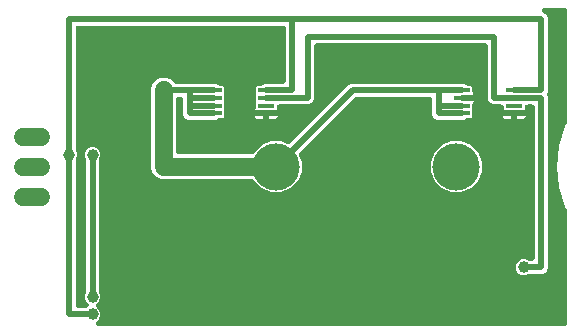
<source format=gbr>
G04 EAGLE Gerber X2 export*
%TF.Part,Single*%
%TF.FileFunction,Copper,L2,Bot,Mixed*%
%TF.FilePolarity,Positive*%
%TF.GenerationSoftware,Autodesk,EAGLE,9.1.0*%
%TF.CreationDate,2020-06-24T00:02:45Z*%
G75*
%MOMM*%
%FSLAX34Y34*%
%LPD*%
%AMOC8*
5,1,8,0,0,1.08239X$1,22.5*%
G01*
%ADD10R,1.400000X0.450000*%
%ADD11C,1.524000*%
%ADD12C,0.500000*%
%ADD13C,1.000000*%
%ADD14C,4.000000*%
%ADD15C,1.500000*%

G36*
X494050Y10170D02*
X494050Y10170D01*
X494100Y10168D01*
X494272Y10190D01*
X494445Y10206D01*
X494493Y10219D01*
X494543Y10225D01*
X494708Y10278D01*
X494876Y10324D01*
X494921Y10346D01*
X494968Y10361D01*
X495122Y10442D01*
X495278Y10517D01*
X495319Y10547D01*
X495363Y10570D01*
X495500Y10677D01*
X495640Y10779D01*
X495675Y10815D01*
X495714Y10846D01*
X495830Y10976D01*
X495950Y11101D01*
X495977Y11143D01*
X496011Y11181D01*
X496101Y11329D01*
X496197Y11473D01*
X496217Y11519D01*
X496243Y11562D01*
X496305Y11724D01*
X496374Y11884D01*
X496385Y11932D01*
X496403Y11979D01*
X496436Y12150D01*
X496475Y12319D01*
X496478Y12369D01*
X496487Y12418D01*
X496499Y12665D01*
X496499Y107806D01*
X496492Y107889D01*
X496494Y107972D01*
X496472Y108111D01*
X496459Y108251D01*
X496437Y108331D01*
X496424Y108414D01*
X496378Y108546D01*
X496341Y108682D01*
X496305Y108757D01*
X496277Y108836D01*
X496164Y109056D01*
X495173Y110772D01*
X489737Y127504D01*
X487898Y145000D01*
X489737Y162496D01*
X495173Y179228D01*
X496164Y180944D01*
X496200Y181020D01*
X496243Y181091D01*
X496293Y181222D01*
X496352Y181349D01*
X496373Y181430D01*
X496403Y181508D01*
X496430Y181646D01*
X496465Y181782D01*
X496471Y181865D01*
X496487Y181947D01*
X496499Y182194D01*
X496499Y277335D01*
X496495Y277385D01*
X496497Y277435D01*
X496475Y277607D01*
X496459Y277780D01*
X496446Y277828D01*
X496440Y277878D01*
X496387Y278043D01*
X496341Y278211D01*
X496319Y278256D01*
X496304Y278303D01*
X496223Y278457D01*
X496148Y278613D01*
X496118Y278654D01*
X496095Y278698D01*
X495988Y278835D01*
X495886Y278975D01*
X495850Y279010D01*
X495819Y279049D01*
X495689Y279165D01*
X495564Y279285D01*
X495522Y279312D01*
X495484Y279346D01*
X495336Y279436D01*
X495192Y279532D01*
X495146Y279552D01*
X495103Y279578D01*
X494941Y279640D01*
X494781Y279709D01*
X494733Y279720D01*
X494686Y279738D01*
X494515Y279771D01*
X494346Y279810D01*
X494296Y279813D01*
X494247Y279822D01*
X494000Y279834D01*
X478197Y279834D01*
X478017Y279818D01*
X477837Y279808D01*
X477795Y279798D01*
X477752Y279794D01*
X477578Y279747D01*
X477403Y279705D01*
X477363Y279687D01*
X477321Y279676D01*
X477159Y279598D01*
X476994Y279526D01*
X476957Y279501D01*
X476918Y279483D01*
X476772Y279377D01*
X476623Y279277D01*
X476592Y279246D01*
X476556Y279221D01*
X476432Y279091D01*
X476302Y278965D01*
X476277Y278930D01*
X476247Y278899D01*
X476147Y278749D01*
X476042Y278602D01*
X476024Y278563D01*
X476000Y278527D01*
X475928Y278361D01*
X475851Y278198D01*
X475840Y278156D01*
X475823Y278116D01*
X475782Y277941D01*
X475735Y277767D01*
X475731Y277724D01*
X475721Y277681D01*
X475713Y277502D01*
X475697Y277322D01*
X475701Y277279D01*
X475699Y277235D01*
X475723Y277057D01*
X475740Y276877D01*
X475751Y276835D01*
X475757Y276792D01*
X475812Y276621D01*
X475860Y276447D01*
X475879Y276408D01*
X475893Y276367D01*
X475977Y276208D01*
X476056Y276045D01*
X476081Y276010D01*
X476102Y275972D01*
X476213Y275830D01*
X476319Y275685D01*
X476351Y275655D01*
X476378Y275621D01*
X476513Y275501D01*
X476643Y275377D01*
X476680Y275353D01*
X476712Y275324D01*
X476866Y275231D01*
X477017Y275132D01*
X477071Y275106D01*
X477094Y275092D01*
X477128Y275079D01*
X477240Y275026D01*
X478116Y274663D01*
X479663Y273116D01*
X480501Y271094D01*
X480501Y208656D01*
X480004Y207456D01*
X479948Y207278D01*
X479887Y207102D01*
X479882Y207065D01*
X479871Y207030D01*
X479847Y206845D01*
X479819Y206661D01*
X479820Y206624D01*
X479815Y206587D01*
X479825Y206401D01*
X479830Y206214D01*
X479838Y206178D01*
X479840Y206141D01*
X479883Y205959D01*
X479921Y205777D01*
X479938Y205729D01*
X479943Y205706D01*
X479958Y205672D01*
X480004Y205544D01*
X480501Y204344D01*
X480501Y58906D01*
X479663Y56884D01*
X478116Y55337D01*
X476094Y54499D01*
X464267Y54499D01*
X464124Y54486D01*
X463981Y54483D01*
X463902Y54467D01*
X463822Y54459D01*
X463684Y54421D01*
X463544Y54392D01*
X463428Y54351D01*
X463392Y54341D01*
X463367Y54329D01*
X463311Y54309D01*
X461298Y53475D01*
X458702Y53475D01*
X456304Y54469D01*
X454469Y56304D01*
X453475Y58702D01*
X453475Y61298D01*
X454469Y63696D01*
X456304Y65531D01*
X458702Y66525D01*
X461298Y66525D01*
X463311Y65691D01*
X463447Y65648D01*
X463581Y65597D01*
X463660Y65582D01*
X463737Y65558D01*
X463879Y65540D01*
X464020Y65513D01*
X464143Y65507D01*
X464180Y65502D01*
X464207Y65504D01*
X464267Y65501D01*
X467000Y65501D01*
X467050Y65505D01*
X467100Y65503D01*
X467272Y65525D01*
X467445Y65541D01*
X467493Y65554D01*
X467543Y65560D01*
X467708Y65613D01*
X467876Y65659D01*
X467921Y65681D01*
X467968Y65696D01*
X468122Y65777D01*
X468278Y65852D01*
X468319Y65882D01*
X468363Y65905D01*
X468500Y66012D01*
X468640Y66114D01*
X468675Y66150D01*
X468714Y66181D01*
X468830Y66311D01*
X468950Y66436D01*
X468977Y66478D01*
X469011Y66516D01*
X469101Y66664D01*
X469197Y66808D01*
X469217Y66854D01*
X469243Y66897D01*
X469305Y67059D01*
X469374Y67219D01*
X469385Y67267D01*
X469403Y67314D01*
X469436Y67485D01*
X469475Y67654D01*
X469478Y67704D01*
X469487Y67753D01*
X469499Y68000D01*
X469499Y195250D01*
X469495Y195300D01*
X469497Y195350D01*
X469475Y195521D01*
X469459Y195695D01*
X469446Y195743D01*
X469440Y195793D01*
X469387Y195958D01*
X469341Y196126D01*
X469319Y196171D01*
X469304Y196218D01*
X469223Y196372D01*
X469148Y196528D01*
X469118Y196569D01*
X469095Y196613D01*
X468988Y196750D01*
X468886Y196890D01*
X468850Y196925D01*
X468819Y196964D01*
X468689Y197080D01*
X468564Y197200D01*
X468522Y197227D01*
X468484Y197261D01*
X468336Y197351D01*
X468192Y197447D01*
X468146Y197467D01*
X468103Y197493D01*
X467941Y197555D01*
X467781Y197624D01*
X467733Y197635D01*
X467686Y197653D01*
X467515Y197686D01*
X467346Y197725D01*
X467296Y197728D01*
X467247Y197737D01*
X467000Y197749D01*
X463232Y197749D01*
X463199Y197746D01*
X463165Y197748D01*
X462976Y197726D01*
X462787Y197709D01*
X462755Y197700D01*
X462722Y197697D01*
X462540Y197641D01*
X462356Y197591D01*
X462326Y197576D01*
X462294Y197567D01*
X462125Y197480D01*
X461954Y197398D01*
X461926Y197378D01*
X461897Y197363D01*
X461746Y197247D01*
X461592Y197136D01*
X461569Y197112D01*
X461542Y197091D01*
X461414Y196951D01*
X461282Y196814D01*
X461264Y196786D01*
X461241Y196761D01*
X461140Y196600D01*
X461035Y196442D01*
X461022Y196411D01*
X461004Y196383D01*
X460933Y196206D01*
X460858Y196031D01*
X460850Y195999D01*
X460838Y195968D01*
X460800Y195781D01*
X460757Y195596D01*
X460755Y195563D01*
X460748Y195530D01*
X460744Y195339D01*
X460735Y195150D01*
X460739Y195117D01*
X460738Y195084D01*
X460768Y194896D01*
X460792Y194707D01*
X460802Y194675D01*
X460808Y194642D01*
X460870Y194463D01*
X460928Y194282D01*
X460944Y194252D01*
X460955Y194221D01*
X461068Y194000D01*
X461368Y193481D01*
X461541Y192834D01*
X461541Y192749D01*
X452000Y192749D01*
X442459Y192749D01*
X442459Y192834D01*
X442632Y193481D01*
X442932Y194000D01*
X442946Y194031D01*
X442965Y194058D01*
X443040Y194233D01*
X443120Y194406D01*
X443129Y194438D01*
X443142Y194469D01*
X443185Y194653D01*
X443233Y194838D01*
X443236Y194871D01*
X443243Y194904D01*
X443253Y195093D01*
X443267Y195283D01*
X443264Y195317D01*
X443265Y195350D01*
X443241Y195537D01*
X443221Y195728D01*
X443212Y195760D01*
X443208Y195793D01*
X443150Y195974D01*
X443097Y196157D01*
X443082Y196187D01*
X443072Y196218D01*
X442983Y196386D01*
X442898Y196557D01*
X442879Y196584D01*
X442863Y196613D01*
X442746Y196762D01*
X442632Y196915D01*
X442607Y196938D01*
X442587Y196964D01*
X442445Y197090D01*
X442306Y197220D01*
X442278Y197238D01*
X442253Y197261D01*
X442090Y197360D01*
X441930Y197463D01*
X441899Y197475D01*
X441871Y197493D01*
X441693Y197561D01*
X441518Y197634D01*
X441485Y197641D01*
X441454Y197653D01*
X441267Y197689D01*
X441081Y197730D01*
X441048Y197731D01*
X441015Y197737D01*
X440768Y197749D01*
X433906Y197749D01*
X431884Y198587D01*
X430337Y200134D01*
X429499Y202156D01*
X429499Y247000D01*
X429495Y247050D01*
X429497Y247100D01*
X429475Y247272D01*
X429459Y247445D01*
X429446Y247493D01*
X429440Y247543D01*
X429387Y247708D01*
X429341Y247876D01*
X429319Y247921D01*
X429304Y247968D01*
X429223Y248122D01*
X429148Y248278D01*
X429118Y248319D01*
X429095Y248363D01*
X428988Y248500D01*
X428886Y248640D01*
X428850Y248675D01*
X428819Y248714D01*
X428689Y248830D01*
X428564Y248950D01*
X428522Y248977D01*
X428484Y249011D01*
X428336Y249101D01*
X428192Y249197D01*
X428146Y249217D01*
X428103Y249243D01*
X427941Y249305D01*
X427781Y249374D01*
X427733Y249385D01*
X427686Y249403D01*
X427515Y249436D01*
X427346Y249475D01*
X427296Y249478D01*
X427247Y249487D01*
X427000Y249499D01*
X285000Y249499D01*
X284950Y249495D01*
X284900Y249497D01*
X284728Y249475D01*
X284555Y249459D01*
X284507Y249446D01*
X284457Y249440D01*
X284292Y249387D01*
X284124Y249341D01*
X284079Y249319D01*
X284032Y249304D01*
X283878Y249223D01*
X283722Y249148D01*
X283681Y249118D01*
X283637Y249095D01*
X283500Y248988D01*
X283360Y248886D01*
X283325Y248850D01*
X283286Y248819D01*
X283170Y248689D01*
X283050Y248564D01*
X283023Y248522D01*
X282989Y248484D01*
X282899Y248336D01*
X282803Y248192D01*
X282783Y248146D01*
X282757Y248103D01*
X282695Y247941D01*
X282626Y247781D01*
X282615Y247733D01*
X282597Y247686D01*
X282564Y247515D01*
X282525Y247346D01*
X282522Y247296D01*
X282513Y247247D01*
X282501Y247000D01*
X282501Y202156D01*
X281663Y200134D01*
X280116Y198587D01*
X278094Y197749D01*
X253232Y197749D01*
X253199Y197746D01*
X253165Y197748D01*
X252976Y197726D01*
X252787Y197709D01*
X252755Y197700D01*
X252722Y197697D01*
X252540Y197641D01*
X252356Y197591D01*
X252326Y197576D01*
X252294Y197567D01*
X252125Y197480D01*
X251954Y197398D01*
X251926Y197378D01*
X251897Y197363D01*
X251746Y197247D01*
X251592Y197136D01*
X251569Y197112D01*
X251542Y197091D01*
X251414Y196951D01*
X251282Y196814D01*
X251264Y196786D01*
X251241Y196761D01*
X251140Y196600D01*
X251035Y196442D01*
X251022Y196411D01*
X251004Y196383D01*
X250933Y196206D01*
X250858Y196031D01*
X250850Y195999D01*
X250838Y195968D01*
X250800Y195781D01*
X250757Y195596D01*
X250755Y195563D01*
X250748Y195530D01*
X250744Y195339D01*
X250735Y195150D01*
X250739Y195117D01*
X250738Y195084D01*
X250768Y194896D01*
X250792Y194707D01*
X250802Y194675D01*
X250808Y194642D01*
X250870Y194463D01*
X250928Y194282D01*
X250944Y194252D01*
X250955Y194221D01*
X251068Y194000D01*
X251368Y193481D01*
X251541Y192834D01*
X251541Y192749D01*
X242000Y192749D01*
X232459Y192749D01*
X232459Y192834D01*
X232632Y193481D01*
X233131Y194345D01*
X233155Y194396D01*
X233219Y194501D01*
X233232Y194535D01*
X233250Y194568D01*
X233300Y194708D01*
X233319Y194750D01*
X233329Y194786D01*
X233379Y194918D01*
X233386Y194954D01*
X233399Y194989D01*
X233426Y195158D01*
X233432Y195183D01*
X233434Y195202D01*
X233463Y195356D01*
X233466Y195407D01*
X233469Y195430D01*
X233468Y195467D01*
X233475Y195604D01*
X233475Y212632D01*
X234368Y213525D01*
X236960Y213525D01*
X237146Y213541D01*
X237332Y213553D01*
X237368Y213561D01*
X237405Y213565D01*
X237586Y213614D01*
X237766Y213658D01*
X237800Y213673D01*
X237836Y213683D01*
X238004Y213764D01*
X238175Y213840D01*
X238205Y213860D01*
X238239Y213876D01*
X238390Y213986D01*
X238544Y214091D01*
X238582Y214125D01*
X238601Y214138D01*
X238626Y214165D01*
X238728Y214257D01*
X238884Y214413D01*
X240906Y215251D01*
X256000Y215251D01*
X256050Y215255D01*
X256100Y215253D01*
X256272Y215275D01*
X256445Y215291D01*
X256493Y215304D01*
X256543Y215310D01*
X256708Y215363D01*
X256876Y215409D01*
X256921Y215431D01*
X256968Y215446D01*
X257122Y215527D01*
X257278Y215602D01*
X257319Y215632D01*
X257363Y215655D01*
X257500Y215762D01*
X257640Y215864D01*
X257675Y215900D01*
X257714Y215931D01*
X257830Y216061D01*
X257950Y216186D01*
X257977Y216228D01*
X258011Y216266D01*
X258101Y216414D01*
X258197Y216558D01*
X258217Y216604D01*
X258243Y216647D01*
X258305Y216809D01*
X258374Y216969D01*
X258385Y217017D01*
X258403Y217064D01*
X258436Y217235D01*
X258475Y217404D01*
X258478Y217454D01*
X258487Y217503D01*
X258499Y217750D01*
X258499Y262000D01*
X258495Y262050D01*
X258497Y262100D01*
X258475Y262272D01*
X258459Y262445D01*
X258446Y262493D01*
X258440Y262543D01*
X258387Y262708D01*
X258341Y262876D01*
X258319Y262921D01*
X258304Y262968D01*
X258223Y263122D01*
X258148Y263278D01*
X258118Y263319D01*
X258095Y263363D01*
X257988Y263500D01*
X257886Y263640D01*
X257850Y263675D01*
X257819Y263714D01*
X257689Y263830D01*
X257564Y263950D01*
X257522Y263977D01*
X257484Y264011D01*
X257336Y264101D01*
X257192Y264197D01*
X257146Y264217D01*
X257103Y264243D01*
X256941Y264305D01*
X256781Y264374D01*
X256733Y264385D01*
X256686Y264403D01*
X256515Y264436D01*
X256346Y264475D01*
X256296Y264478D01*
X256247Y264487D01*
X256000Y264499D01*
X83000Y264499D01*
X82950Y264495D01*
X82900Y264497D01*
X82728Y264475D01*
X82555Y264459D01*
X82507Y264446D01*
X82457Y264440D01*
X82292Y264387D01*
X82124Y264341D01*
X82079Y264319D01*
X82032Y264304D01*
X81878Y264223D01*
X81722Y264148D01*
X81681Y264118D01*
X81637Y264095D01*
X81500Y263988D01*
X81360Y263886D01*
X81325Y263850D01*
X81286Y263819D01*
X81170Y263689D01*
X81050Y263564D01*
X81023Y263522D01*
X80989Y263484D01*
X80899Y263336D01*
X80803Y263192D01*
X80783Y263146D01*
X80757Y263103D01*
X80695Y262941D01*
X80626Y262781D01*
X80615Y262733D01*
X80597Y262686D01*
X80564Y262515D01*
X80525Y262346D01*
X80522Y262296D01*
X80513Y262247D01*
X80501Y262000D01*
X80501Y159267D01*
X80514Y159124D01*
X80517Y158981D01*
X80533Y158903D01*
X80541Y158822D01*
X80579Y158684D01*
X80608Y158544D01*
X80649Y158428D01*
X80659Y158392D01*
X80671Y158367D01*
X80691Y158311D01*
X81525Y156298D01*
X81525Y153702D01*
X80691Y151689D01*
X80648Y151553D01*
X80597Y151419D01*
X80582Y151340D01*
X80558Y151263D01*
X80540Y151121D01*
X80513Y150980D01*
X80507Y150857D01*
X80502Y150820D01*
X80504Y150793D01*
X80501Y150733D01*
X80501Y28000D01*
X80505Y27950D01*
X80503Y27900D01*
X80525Y27728D01*
X80541Y27555D01*
X80554Y27507D01*
X80560Y27457D01*
X80613Y27292D01*
X80659Y27124D01*
X80681Y27079D01*
X80696Y27032D01*
X80777Y26878D01*
X80852Y26722D01*
X80882Y26681D01*
X80905Y26637D01*
X81012Y26500D01*
X81114Y26360D01*
X81150Y26325D01*
X81181Y26286D01*
X81311Y26170D01*
X81436Y26050D01*
X81478Y26023D01*
X81516Y25989D01*
X81664Y25899D01*
X81808Y25803D01*
X81854Y25783D01*
X81897Y25757D01*
X82059Y25695D01*
X82219Y25626D01*
X82267Y25615D01*
X82314Y25597D01*
X82485Y25564D01*
X82654Y25525D01*
X82704Y25522D01*
X82753Y25513D01*
X83000Y25501D01*
X89238Y25501D01*
X89375Y25513D01*
X89511Y25516D01*
X89596Y25533D01*
X89683Y25541D01*
X89815Y25577D01*
X89949Y25604D01*
X90030Y25636D01*
X90114Y25659D01*
X90237Y25718D01*
X90364Y25769D01*
X90438Y25815D01*
X90517Y25852D01*
X90628Y25933D01*
X90744Y26005D01*
X90808Y26063D01*
X90878Y26114D01*
X90973Y26213D01*
X91075Y26305D01*
X91128Y26374D01*
X91188Y26436D01*
X91264Y26550D01*
X91347Y26659D01*
X91387Y26736D01*
X91435Y26808D01*
X91489Y26934D01*
X91552Y27056D01*
X91578Y27139D01*
X91612Y27219D01*
X91643Y27352D01*
X91683Y27483D01*
X91694Y27569D01*
X91713Y27654D01*
X91720Y27790D01*
X91736Y27926D01*
X91731Y28013D01*
X91735Y28100D01*
X91718Y28235D01*
X91710Y28372D01*
X91689Y28457D01*
X91678Y28543D01*
X91636Y28673D01*
X91604Y28806D01*
X91569Y28885D01*
X91542Y28968D01*
X91478Y29089D01*
X91423Y29214D01*
X91374Y29286D01*
X91333Y29363D01*
X91248Y29471D01*
X91172Y29584D01*
X91080Y29685D01*
X91057Y29714D01*
X91039Y29730D01*
X91005Y29767D01*
X89469Y31304D01*
X88475Y33702D01*
X88475Y36298D01*
X89309Y38311D01*
X89352Y38447D01*
X89403Y38581D01*
X89418Y38660D01*
X89442Y38737D01*
X89460Y38879D01*
X89487Y39020D01*
X89493Y39143D01*
X89498Y39180D01*
X89496Y39207D01*
X89499Y39267D01*
X89499Y150733D01*
X89486Y150876D01*
X89483Y151019D01*
X89467Y151098D01*
X89459Y151178D01*
X89421Y151316D01*
X89392Y151456D01*
X89351Y151572D01*
X89341Y151608D01*
X89329Y151633D01*
X89309Y151689D01*
X88475Y153702D01*
X88475Y156298D01*
X89469Y158696D01*
X91304Y160531D01*
X93702Y161525D01*
X96298Y161525D01*
X98696Y160531D01*
X100531Y158696D01*
X101525Y156298D01*
X101525Y153702D01*
X100691Y151689D01*
X100648Y151553D01*
X100597Y151419D01*
X100582Y151340D01*
X100558Y151263D01*
X100540Y151121D01*
X100513Y150980D01*
X100507Y150857D01*
X100502Y150820D01*
X100504Y150793D01*
X100501Y150733D01*
X100501Y39267D01*
X100514Y39124D01*
X100517Y38981D01*
X100533Y38902D01*
X100541Y38822D01*
X100579Y38684D01*
X100608Y38544D01*
X100649Y38428D01*
X100659Y38392D01*
X100671Y38367D01*
X100691Y38311D01*
X101525Y36298D01*
X101525Y33702D01*
X100531Y31304D01*
X98495Y29267D01*
X98462Y29229D01*
X98425Y29195D01*
X98319Y29057D01*
X98208Y28924D01*
X98184Y28881D01*
X98153Y28841D01*
X98073Y28687D01*
X97987Y28536D01*
X97971Y28489D01*
X97948Y28444D01*
X97897Y28279D01*
X97839Y28115D01*
X97831Y28065D01*
X97817Y28017D01*
X97796Y27845D01*
X97769Y27674D01*
X97770Y27624D01*
X97764Y27574D01*
X97774Y27400D01*
X97778Y27227D01*
X97787Y27178D01*
X97790Y27128D01*
X97832Y26959D01*
X97866Y26789D01*
X97884Y26743D01*
X97896Y26694D01*
X97966Y26535D01*
X98031Y26374D01*
X98057Y26331D01*
X98077Y26286D01*
X98175Y26142D01*
X98267Y25995D01*
X98300Y25958D01*
X98328Y25916D01*
X98495Y25733D01*
X100531Y23696D01*
X101525Y21298D01*
X101525Y18702D01*
X100531Y16304D01*
X98660Y14432D01*
X98572Y14327D01*
X98477Y14229D01*
X98429Y14156D01*
X98373Y14089D01*
X98306Y13970D01*
X98230Y13857D01*
X98195Y13777D01*
X98152Y13701D01*
X98107Y13572D01*
X98053Y13446D01*
X98033Y13362D01*
X98004Y13280D01*
X97983Y13144D01*
X97952Y13011D01*
X97947Y12925D01*
X97934Y12839D01*
X97936Y12702D01*
X97930Y12565D01*
X97941Y12479D01*
X97943Y12392D01*
X97970Y12258D01*
X97987Y12122D01*
X98014Y12039D01*
X98031Y11954D01*
X98081Y11827D01*
X98123Y11697D01*
X98164Y11620D01*
X98196Y11539D01*
X98268Y11423D01*
X98332Y11302D01*
X98386Y11234D01*
X98432Y11160D01*
X98524Y11058D01*
X98608Y10951D01*
X98673Y10893D01*
X98732Y10829D01*
X98840Y10745D01*
X98942Y10654D01*
X99017Y10609D01*
X99086Y10556D01*
X99207Y10493D01*
X99324Y10422D01*
X99405Y10391D01*
X99482Y10351D01*
X99613Y10311D01*
X99741Y10262D01*
X99826Y10245D01*
X99909Y10220D01*
X100045Y10204D01*
X100180Y10178D01*
X100316Y10171D01*
X100353Y10167D01*
X100376Y10168D01*
X100427Y10166D01*
X494000Y10166D01*
X494050Y10170D01*
G37*
%LPC*%
G36*
X246018Y123475D02*
X246018Y123475D01*
X238107Y126752D01*
X232052Y132807D01*
X231990Y132956D01*
X231987Y132962D01*
X231985Y132968D01*
X231885Y133159D01*
X231783Y133352D01*
X231779Y133357D01*
X231776Y133363D01*
X231641Y133535D01*
X231509Y133705D01*
X231504Y133709D01*
X231500Y133714D01*
X231336Y133860D01*
X231176Y134003D01*
X231171Y134006D01*
X231166Y134011D01*
X230980Y134123D01*
X230796Y134237D01*
X230790Y134239D01*
X230784Y134243D01*
X230580Y134322D01*
X230380Y134400D01*
X230374Y134401D01*
X230367Y134403D01*
X230152Y134444D01*
X229942Y134486D01*
X229935Y134486D01*
X229929Y134487D01*
X229681Y134499D01*
X152911Y134499D01*
X149052Y136098D01*
X146098Y139052D01*
X144499Y142911D01*
X144499Y212089D01*
X146098Y215948D01*
X149052Y218902D01*
X152911Y220501D01*
X157089Y220501D01*
X160948Y218902D01*
X163868Y215983D01*
X164011Y215863D01*
X164150Y215739D01*
X164182Y215720D01*
X164210Y215696D01*
X164372Y215604D01*
X164532Y215507D01*
X164567Y215494D01*
X164599Y215476D01*
X164775Y215414D01*
X164949Y215347D01*
X164985Y215340D01*
X165020Y215327D01*
X165204Y215298D01*
X165388Y215263D01*
X165438Y215260D01*
X165461Y215257D01*
X165498Y215258D01*
X165635Y215251D01*
X199094Y215251D01*
X201116Y214413D01*
X201272Y214257D01*
X201415Y214137D01*
X201555Y214013D01*
X201587Y213994D01*
X201615Y213970D01*
X201778Y213878D01*
X201937Y213781D01*
X201971Y213768D01*
X202004Y213750D01*
X202179Y213688D01*
X202354Y213621D01*
X202390Y213614D01*
X202425Y213602D01*
X202609Y213572D01*
X202792Y213537D01*
X202843Y213534D01*
X202866Y213531D01*
X202903Y213532D01*
X203040Y213525D01*
X205632Y213525D01*
X206525Y212632D01*
X206525Y187368D01*
X205632Y186475D01*
X203040Y186475D01*
X202854Y186459D01*
X202668Y186447D01*
X202632Y186439D01*
X202595Y186435D01*
X202415Y186386D01*
X202234Y186342D01*
X202200Y186327D01*
X202164Y186317D01*
X201996Y186236D01*
X201825Y186160D01*
X201795Y186140D01*
X201761Y186124D01*
X201610Y186014D01*
X201456Y185909D01*
X201418Y185875D01*
X201399Y185862D01*
X201374Y185835D01*
X201272Y185743D01*
X201116Y185587D01*
X199094Y184749D01*
X175906Y184749D01*
X173884Y185587D01*
X172337Y187134D01*
X171499Y189156D01*
X171499Y201750D01*
X171495Y201800D01*
X171497Y201850D01*
X171475Y202022D01*
X171459Y202195D01*
X171446Y202243D01*
X171440Y202293D01*
X171387Y202458D01*
X171341Y202626D01*
X171319Y202671D01*
X171304Y202718D01*
X171223Y202872D01*
X171148Y203028D01*
X171118Y203069D01*
X171095Y203113D01*
X170988Y203250D01*
X170886Y203390D01*
X170850Y203425D01*
X170819Y203464D01*
X170689Y203580D01*
X170564Y203700D01*
X170522Y203727D01*
X170484Y203761D01*
X170336Y203851D01*
X170192Y203947D01*
X170146Y203967D01*
X170103Y203993D01*
X169941Y204055D01*
X169781Y204124D01*
X169733Y204135D01*
X169686Y204153D01*
X169515Y204186D01*
X169346Y204225D01*
X169296Y204228D01*
X169247Y204237D01*
X169000Y204249D01*
X168000Y204249D01*
X167950Y204245D01*
X167900Y204247D01*
X167728Y204225D01*
X167555Y204209D01*
X167507Y204196D01*
X167457Y204190D01*
X167292Y204137D01*
X167124Y204091D01*
X167079Y204069D01*
X167032Y204054D01*
X166878Y203973D01*
X166722Y203898D01*
X166681Y203868D01*
X166637Y203845D01*
X166500Y203738D01*
X166360Y203636D01*
X166325Y203600D01*
X166286Y203569D01*
X166170Y203439D01*
X166050Y203314D01*
X166023Y203272D01*
X165989Y203234D01*
X165899Y203086D01*
X165803Y202942D01*
X165783Y202896D01*
X165757Y202853D01*
X165695Y202691D01*
X165626Y202531D01*
X165615Y202483D01*
X165597Y202436D01*
X165564Y202265D01*
X165525Y202096D01*
X165522Y202046D01*
X165513Y201997D01*
X165501Y201750D01*
X165501Y158000D01*
X165505Y157950D01*
X165503Y157900D01*
X165525Y157728D01*
X165541Y157555D01*
X165554Y157507D01*
X165560Y157457D01*
X165613Y157292D01*
X165659Y157124D01*
X165681Y157079D01*
X165696Y157032D01*
X165777Y156878D01*
X165852Y156722D01*
X165882Y156681D01*
X165905Y156637D01*
X166012Y156500D01*
X166114Y156360D01*
X166150Y156325D01*
X166181Y156286D01*
X166311Y156170D01*
X166436Y156050D01*
X166478Y156023D01*
X166516Y155989D01*
X166664Y155899D01*
X166808Y155803D01*
X166854Y155783D01*
X166897Y155757D01*
X167059Y155695D01*
X167219Y155626D01*
X167267Y155615D01*
X167314Y155597D01*
X167485Y155564D01*
X167654Y155525D01*
X167704Y155522D01*
X167753Y155513D01*
X168000Y155501D01*
X229681Y155501D01*
X229688Y155501D01*
X229694Y155501D01*
X229911Y155521D01*
X230126Y155541D01*
X230133Y155542D01*
X230139Y155543D01*
X230347Y155601D01*
X230557Y155659D01*
X230563Y155662D01*
X230569Y155664D01*
X230760Y155757D01*
X230960Y155852D01*
X230965Y155856D01*
X230971Y155859D01*
X231143Y155985D01*
X231322Y156114D01*
X231326Y156119D01*
X231331Y156123D01*
X231480Y156279D01*
X231631Y156436D01*
X231635Y156442D01*
X231639Y156447D01*
X231758Y156628D01*
X231878Y156808D01*
X231881Y156814D01*
X231884Y156820D01*
X231990Y157044D01*
X232052Y157193D01*
X238107Y163248D01*
X246018Y166525D01*
X254582Y166525D01*
X259731Y164392D01*
X259737Y164390D01*
X259743Y164387D01*
X259950Y164323D01*
X260157Y164258D01*
X260164Y164258D01*
X260170Y164256D01*
X260384Y164230D01*
X260600Y164203D01*
X260607Y164203D01*
X260613Y164203D01*
X260828Y164216D01*
X261046Y164228D01*
X261053Y164229D01*
X261059Y164229D01*
X261269Y164281D01*
X261481Y164331D01*
X261487Y164334D01*
X261493Y164335D01*
X261691Y164423D01*
X261890Y164510D01*
X261896Y164514D01*
X261901Y164516D01*
X262082Y164639D01*
X262261Y164759D01*
X262266Y164764D01*
X262271Y164767D01*
X262454Y164934D01*
X311934Y214413D01*
X313956Y215251D01*
X409094Y215251D01*
X411116Y214413D01*
X411272Y214257D01*
X411415Y214137D01*
X411555Y214013D01*
X411587Y213994D01*
X411615Y213970D01*
X411778Y213878D01*
X411937Y213781D01*
X411971Y213768D01*
X412004Y213750D01*
X412179Y213688D01*
X412354Y213621D01*
X412390Y213614D01*
X412425Y213602D01*
X412609Y213572D01*
X412792Y213537D01*
X412843Y213534D01*
X412866Y213531D01*
X412903Y213532D01*
X413040Y213525D01*
X415632Y213525D01*
X416525Y212632D01*
X416525Y208604D01*
X416540Y208439D01*
X416539Y208428D01*
X416542Y208413D01*
X416553Y208232D01*
X416561Y208196D01*
X416565Y208159D01*
X416604Y208014D01*
X416609Y207987D01*
X416620Y207954D01*
X416658Y207798D01*
X416673Y207764D01*
X416683Y207728D01*
X416741Y207608D01*
X416756Y207565D01*
X416799Y207480D01*
X416840Y207389D01*
X416860Y207359D01*
X416876Y207325D01*
X416894Y207301D01*
X417368Y206481D01*
X417541Y205834D01*
X417541Y205749D01*
X412814Y205749D01*
X412676Y205737D01*
X412541Y205734D01*
X412492Y205725D01*
X412442Y205722D01*
X412406Y205713D01*
X412369Y205709D01*
X412235Y205673D01*
X412103Y205646D01*
X412057Y205628D01*
X412008Y205616D01*
X411974Y205601D01*
X411938Y205591D01*
X411814Y205531D01*
X411688Y205481D01*
X411646Y205455D01*
X411599Y205435D01*
X411569Y205414D01*
X411535Y205398D01*
X411424Y205317D01*
X411308Y205245D01*
X411272Y205212D01*
X411230Y205184D01*
X411193Y205150D01*
X411174Y205136D01*
X411148Y205109D01*
X411047Y205017D01*
X411046Y205017D01*
X411014Y204979D01*
X410977Y204945D01*
X410924Y204876D01*
X410864Y204814D01*
X410816Y204741D01*
X410760Y204674D01*
X410735Y204631D01*
X410705Y204591D01*
X410665Y204514D01*
X410617Y204442D01*
X410583Y204362D01*
X410539Y204286D01*
X410523Y204239D01*
X410500Y204194D01*
X410474Y204111D01*
X410440Y204032D01*
X410420Y203948D01*
X410391Y203865D01*
X410383Y203815D01*
X410369Y203767D01*
X410358Y203680D01*
X410339Y203596D01*
X410334Y203511D01*
X410320Y203424D01*
X410321Y203374D01*
X410316Y203324D01*
X410321Y203236D01*
X410317Y203150D01*
X410328Y203065D01*
X410329Y202977D01*
X410339Y202928D01*
X410342Y202878D01*
X410363Y202792D01*
X410374Y202707D01*
X410400Y202625D01*
X410418Y202539D01*
X410436Y202493D01*
X410448Y202444D01*
X410484Y202364D01*
X410510Y202281D01*
X410550Y202205D01*
X410582Y202124D01*
X410609Y202081D01*
X410629Y202036D01*
X410679Y201963D01*
X410719Y201887D01*
X410773Y201819D01*
X410819Y201745D01*
X410852Y201708D01*
X410880Y201666D01*
X410973Y201564D01*
X410995Y201536D01*
X411013Y201520D01*
X411046Y201483D01*
X411047Y201483D01*
X411085Y201450D01*
X411118Y201414D01*
X411227Y201330D01*
X411329Y201239D01*
X411361Y201220D01*
X411389Y201196D01*
X411433Y201171D01*
X411472Y201141D01*
X411593Y201079D01*
X411711Y201007D01*
X411746Y200994D01*
X411778Y200975D01*
X411826Y200959D01*
X411869Y200936D01*
X411998Y200896D01*
X412128Y200847D01*
X412164Y200840D01*
X412199Y200827D01*
X412250Y200819D01*
X412296Y200805D01*
X412430Y200789D01*
X412567Y200763D01*
X412617Y200760D01*
X412640Y200757D01*
X412677Y200757D01*
X412706Y200756D01*
X412740Y200752D01*
X412762Y200753D01*
X412814Y200751D01*
X417541Y200751D01*
X417541Y200666D01*
X417368Y200019D01*
X416869Y199155D01*
X416845Y199104D01*
X416781Y198999D01*
X416768Y198965D01*
X416750Y198932D01*
X416700Y198792D01*
X416681Y198750D01*
X416671Y198714D01*
X416621Y198582D01*
X416614Y198546D01*
X416601Y198511D01*
X416574Y198342D01*
X416568Y198317D01*
X416566Y198298D01*
X416537Y198144D01*
X416534Y198093D01*
X416531Y198070D01*
X416532Y198033D01*
X416525Y197896D01*
X416525Y187368D01*
X415632Y186475D01*
X413040Y186475D01*
X412854Y186459D01*
X412668Y186447D01*
X412632Y186439D01*
X412595Y186435D01*
X412414Y186386D01*
X412234Y186342D01*
X412200Y186327D01*
X412164Y186317D01*
X411996Y186236D01*
X411825Y186160D01*
X411795Y186140D01*
X411761Y186124D01*
X411610Y186014D01*
X411456Y185909D01*
X411418Y185875D01*
X411399Y185862D01*
X411374Y185835D01*
X411272Y185743D01*
X411116Y185587D01*
X409094Y184749D01*
X386906Y184749D01*
X384884Y185587D01*
X383337Y187134D01*
X382499Y189156D01*
X382499Y201750D01*
X382495Y201800D01*
X382497Y201850D01*
X382475Y202022D01*
X382459Y202195D01*
X382446Y202243D01*
X382440Y202293D01*
X382387Y202458D01*
X382341Y202626D01*
X382319Y202671D01*
X382304Y202718D01*
X382223Y202872D01*
X382148Y203028D01*
X382118Y203069D01*
X382095Y203113D01*
X381988Y203250D01*
X381886Y203390D01*
X381850Y203425D01*
X381819Y203464D01*
X381689Y203580D01*
X381564Y203700D01*
X381522Y203727D01*
X381484Y203761D01*
X381336Y203851D01*
X381192Y203947D01*
X381146Y203967D01*
X381103Y203993D01*
X380941Y204055D01*
X380781Y204124D01*
X380733Y204135D01*
X380686Y204153D01*
X380515Y204186D01*
X380346Y204225D01*
X380296Y204228D01*
X380247Y204237D01*
X380000Y204249D01*
X318364Y204249D01*
X318178Y204233D01*
X317992Y204221D01*
X317956Y204213D01*
X317919Y204209D01*
X317738Y204160D01*
X317558Y204116D01*
X317524Y204101D01*
X317488Y204091D01*
X317320Y204010D01*
X317149Y203934D01*
X317119Y203914D01*
X317085Y203898D01*
X316934Y203788D01*
X316780Y203683D01*
X316742Y203649D01*
X316723Y203636D01*
X316698Y203609D01*
X316596Y203517D01*
X270234Y157154D01*
X270229Y157149D01*
X270224Y157145D01*
X270085Y156977D01*
X269947Y156812D01*
X269944Y156806D01*
X269940Y156801D01*
X269832Y156609D01*
X269726Y156423D01*
X269724Y156417D01*
X269721Y156411D01*
X269651Y156207D01*
X269578Y156002D01*
X269577Y155995D01*
X269575Y155989D01*
X269542Y155775D01*
X269508Y155561D01*
X269508Y155554D01*
X269507Y155548D01*
X269512Y155329D01*
X269517Y155114D01*
X269518Y155108D01*
X269518Y155101D01*
X269562Y154887D01*
X269605Y154676D01*
X269607Y154670D01*
X269609Y154664D01*
X269692Y154431D01*
X271825Y149282D01*
X271825Y140718D01*
X268548Y132807D01*
X262493Y126752D01*
X254582Y123475D01*
X246018Y123475D01*
G37*
%LPD*%
%LPC*%
G36*
X398718Y123475D02*
X398718Y123475D01*
X390807Y126752D01*
X384752Y132807D01*
X381475Y140718D01*
X381475Y149282D01*
X384752Y157193D01*
X390807Y163248D01*
X398718Y166525D01*
X407282Y166525D01*
X415193Y163248D01*
X421248Y157193D01*
X424525Y149282D01*
X424525Y140718D01*
X421248Y132807D01*
X415193Y126752D01*
X407282Y123475D01*
X398718Y123475D01*
G37*
%LPD*%
%LPC*%
G36*
X454499Y185459D02*
X454499Y185459D01*
X454499Y187751D01*
X461541Y187751D01*
X461541Y187666D01*
X461368Y187019D01*
X461033Y186440D01*
X460560Y185967D01*
X459981Y185632D01*
X459334Y185459D01*
X454499Y185459D01*
G37*
%LPD*%
%LPC*%
G36*
X244499Y185459D02*
X244499Y185459D01*
X244499Y187751D01*
X251541Y187751D01*
X251541Y187666D01*
X251368Y187019D01*
X251033Y186440D01*
X250560Y185967D01*
X249981Y185632D01*
X249334Y185459D01*
X244499Y185459D01*
G37*
%LPD*%
%LPC*%
G36*
X444666Y185459D02*
X444666Y185459D01*
X444019Y185632D01*
X443440Y185967D01*
X442967Y186440D01*
X442632Y187019D01*
X442459Y187666D01*
X442459Y187751D01*
X449501Y187751D01*
X449501Y185459D01*
X444666Y185459D01*
G37*
%LPD*%
%LPC*%
G36*
X234666Y185459D02*
X234666Y185459D01*
X234019Y185632D01*
X233440Y185967D01*
X232967Y186440D01*
X232632Y187019D01*
X232459Y187666D01*
X232459Y187751D01*
X239501Y187751D01*
X239501Y185459D01*
X234666Y185459D01*
G37*
%LPD*%
D10*
X452000Y209750D03*
X452000Y203250D03*
X452000Y196750D03*
X452000Y190250D03*
X408000Y190250D03*
X408000Y196750D03*
X408000Y203250D03*
X408000Y209750D03*
X242000Y209750D03*
X242000Y203250D03*
X242000Y196750D03*
X242000Y190250D03*
X198000Y190250D03*
X198000Y196750D03*
X198000Y203250D03*
X198000Y209750D03*
D11*
X51120Y119600D02*
X35880Y119600D01*
X35880Y145000D02*
X51120Y145000D01*
X51120Y170400D02*
X35880Y170400D01*
D12*
X408000Y203250D02*
X421750Y203250D01*
X425000Y200000D01*
X425000Y190000D01*
X425250Y190250D02*
X452000Y190250D01*
X425250Y190250D02*
X425000Y190000D01*
D13*
X155000Y245000D03*
D14*
X403000Y145000D03*
D12*
X198000Y209750D02*
X177000Y209750D01*
X388000Y209750D02*
X408000Y209750D01*
X198000Y203250D02*
X177000Y203250D01*
X177000Y209750D01*
X177000Y196750D02*
X198000Y196750D01*
X177000Y196750D02*
X177000Y203250D01*
X177000Y190250D02*
X198000Y190250D01*
X177000Y190250D02*
X177000Y196750D01*
X388000Y196750D02*
X408000Y196750D01*
X388000Y196750D02*
X388000Y209750D01*
X388000Y190250D02*
X408000Y190250D01*
X388000Y190250D02*
X388000Y196750D01*
D14*
X250300Y145000D03*
D12*
X177000Y209750D02*
X155000Y209750D01*
X155000Y210000D01*
D13*
X155000Y210000D03*
D15*
X155000Y145000D01*
X250300Y145000D01*
D12*
X315050Y209750D01*
X388000Y209750D01*
X277000Y203250D02*
X242000Y203250D01*
X460000Y60000D02*
X475000Y60000D01*
X452000Y203250D02*
X435000Y203250D01*
X277000Y203250D02*
X277000Y255000D01*
X435000Y255000D02*
X435000Y203250D01*
X435000Y255000D02*
X277000Y255000D01*
X452000Y203250D02*
X475000Y203250D01*
X475000Y60000D01*
D13*
X460000Y60000D03*
X95000Y155000D03*
X95000Y35000D03*
D12*
X95000Y155000D01*
X242000Y209750D02*
X264000Y209750D01*
D13*
X75000Y155000D03*
D12*
X475000Y209750D02*
X475000Y270000D01*
X475000Y209750D02*
X452000Y209750D01*
X264000Y209750D02*
X264000Y270000D01*
X475000Y270000D01*
X75000Y270000D02*
X75000Y155000D01*
X75000Y270000D02*
X264000Y270000D01*
D13*
X95000Y20000D03*
D12*
X75000Y20000D02*
X75000Y155000D01*
X75000Y20000D02*
X95000Y20000D01*
M02*

</source>
